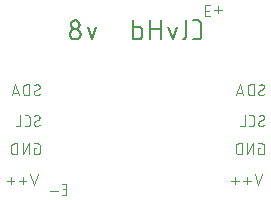
<source format=gbr>
G04 EAGLE Gerber RS-274X export*
G75*
%MOMM*%
%FSLAX34Y34*%
%LPD*%
%INSilkscreen Bottom*%
%IPPOS*%
%AMOC8*
5,1,8,0,0,1.08239X$1,22.5*%
G01*
%ADD10C,0.076200*%
%ADD11C,0.152400*%


D10*
X31026Y143513D02*
X29487Y143513D01*
X29487Y138381D01*
X32566Y138381D01*
X32656Y138383D01*
X32745Y138389D01*
X32834Y138399D01*
X32922Y138412D01*
X33010Y138430D01*
X33097Y138451D01*
X33183Y138476D01*
X33268Y138505D01*
X33352Y138537D01*
X33434Y138573D01*
X33514Y138613D01*
X33593Y138656D01*
X33669Y138703D01*
X33744Y138752D01*
X33816Y138805D01*
X33886Y138861D01*
X33953Y138920D01*
X34018Y138982D01*
X34080Y139047D01*
X34139Y139114D01*
X34195Y139184D01*
X34248Y139256D01*
X34297Y139331D01*
X34344Y139408D01*
X34387Y139486D01*
X34427Y139566D01*
X34463Y139648D01*
X34495Y139732D01*
X34524Y139817D01*
X34549Y139903D01*
X34570Y139990D01*
X34588Y140078D01*
X34601Y140166D01*
X34611Y140255D01*
X34617Y140344D01*
X34619Y140434D01*
X34619Y145566D01*
X34617Y145656D01*
X34611Y145745D01*
X34601Y145834D01*
X34588Y145922D01*
X34570Y146010D01*
X34549Y146097D01*
X34524Y146183D01*
X34495Y146268D01*
X34463Y146352D01*
X34427Y146434D01*
X34387Y146514D01*
X34344Y146593D01*
X34297Y146669D01*
X34248Y146744D01*
X34195Y146816D01*
X34139Y146886D01*
X34080Y146953D01*
X34018Y147018D01*
X33953Y147080D01*
X33886Y147139D01*
X33816Y147195D01*
X33744Y147248D01*
X33669Y147297D01*
X33593Y147344D01*
X33514Y147387D01*
X33434Y147427D01*
X33352Y147463D01*
X33268Y147495D01*
X33183Y147524D01*
X33097Y147549D01*
X33010Y147570D01*
X32922Y147588D01*
X32834Y147601D01*
X32745Y147611D01*
X32656Y147617D01*
X32566Y147619D01*
X29487Y147619D01*
X25019Y147619D02*
X25019Y138381D01*
X19887Y138381D02*
X25019Y147619D01*
X19887Y147619D02*
X19887Y138381D01*
X15419Y138381D02*
X15419Y147619D01*
X12853Y147619D01*
X12755Y147617D01*
X12657Y147611D01*
X12559Y147602D01*
X12461Y147589D01*
X12364Y147572D01*
X12268Y147552D01*
X12173Y147527D01*
X12079Y147499D01*
X11986Y147468D01*
X11894Y147433D01*
X11803Y147394D01*
X11714Y147353D01*
X11627Y147307D01*
X11542Y147259D01*
X11458Y147207D01*
X11377Y147152D01*
X11297Y147094D01*
X11220Y147033D01*
X11146Y146969D01*
X11074Y146902D01*
X11004Y146832D01*
X10937Y146760D01*
X10873Y146686D01*
X10812Y146609D01*
X10754Y146529D01*
X10699Y146448D01*
X10647Y146364D01*
X10599Y146279D01*
X10553Y146192D01*
X10512Y146103D01*
X10473Y146012D01*
X10438Y145920D01*
X10407Y145827D01*
X10379Y145733D01*
X10354Y145638D01*
X10334Y145542D01*
X10317Y145445D01*
X10304Y145347D01*
X10295Y145249D01*
X10289Y145151D01*
X10287Y145053D01*
X10287Y140947D01*
X10289Y140849D01*
X10295Y140751D01*
X10304Y140653D01*
X10317Y140555D01*
X10334Y140458D01*
X10354Y140362D01*
X10379Y140267D01*
X10407Y140173D01*
X10438Y140080D01*
X10473Y139988D01*
X10512Y139897D01*
X10553Y139808D01*
X10599Y139721D01*
X10647Y139636D01*
X10699Y139552D01*
X10754Y139471D01*
X10812Y139391D01*
X10873Y139314D01*
X10937Y139240D01*
X11004Y139168D01*
X11074Y139098D01*
X11146Y139031D01*
X11220Y138967D01*
X11297Y138906D01*
X11377Y138848D01*
X11458Y138793D01*
X11542Y138741D01*
X11627Y138693D01*
X11714Y138647D01*
X11803Y138606D01*
X11894Y138567D01*
X11986Y138532D01*
X12079Y138501D01*
X12173Y138473D01*
X12268Y138448D01*
X12364Y138428D01*
X12461Y138411D01*
X12559Y138398D01*
X12657Y138389D01*
X12755Y138383D01*
X12853Y138381D01*
X15419Y138381D01*
X32619Y121619D02*
X29540Y112381D01*
X26460Y121619D01*
X23019Y115974D02*
X16860Y115974D01*
X19940Y112894D02*
X19940Y119053D01*
X12819Y115974D02*
X6660Y115974D01*
X9740Y112894D02*
X9740Y119053D01*
X31540Y188381D02*
X31450Y188383D01*
X31361Y188389D01*
X31272Y188399D01*
X31184Y188412D01*
X31096Y188430D01*
X31009Y188451D01*
X30923Y188476D01*
X30838Y188505D01*
X30754Y188537D01*
X30672Y188573D01*
X30592Y188613D01*
X30514Y188656D01*
X30437Y188703D01*
X30362Y188752D01*
X30290Y188805D01*
X30220Y188861D01*
X30153Y188920D01*
X30088Y188982D01*
X30026Y189047D01*
X29967Y189114D01*
X29911Y189184D01*
X29858Y189256D01*
X29809Y189331D01*
X29762Y189407D01*
X29719Y189486D01*
X29679Y189566D01*
X29643Y189648D01*
X29611Y189732D01*
X29582Y189817D01*
X29557Y189903D01*
X29536Y189990D01*
X29518Y190077D01*
X29505Y190166D01*
X29495Y190255D01*
X29489Y190344D01*
X29487Y190434D01*
X31540Y188381D02*
X31667Y188383D01*
X31794Y188388D01*
X31920Y188398D01*
X32046Y188411D01*
X32172Y188427D01*
X32297Y188448D01*
X32422Y188472D01*
X32545Y188499D01*
X32668Y188530D01*
X32790Y188565D01*
X32911Y188603D01*
X33031Y188645D01*
X33149Y188691D01*
X33266Y188739D01*
X33382Y188792D01*
X33496Y188847D01*
X33608Y188906D01*
X33719Y188968D01*
X33828Y189033D01*
X33934Y189102D01*
X34039Y189173D01*
X34142Y189248D01*
X34242Y189326D01*
X34340Y189406D01*
X34436Y189489D01*
X34529Y189575D01*
X34619Y189664D01*
X34363Y195566D02*
X34361Y195656D01*
X34355Y195745D01*
X34345Y195834D01*
X34332Y195922D01*
X34314Y196010D01*
X34293Y196097D01*
X34268Y196183D01*
X34239Y196268D01*
X34207Y196352D01*
X34171Y196434D01*
X34131Y196514D01*
X34088Y196593D01*
X34041Y196669D01*
X33992Y196744D01*
X33939Y196816D01*
X33883Y196886D01*
X33824Y196953D01*
X33762Y197018D01*
X33697Y197080D01*
X33630Y197139D01*
X33560Y197195D01*
X33488Y197248D01*
X33413Y197297D01*
X33337Y197344D01*
X33258Y197387D01*
X33178Y197427D01*
X33096Y197463D01*
X33012Y197495D01*
X32927Y197524D01*
X32841Y197549D01*
X32754Y197570D01*
X32666Y197588D01*
X32578Y197601D01*
X32489Y197611D01*
X32400Y197617D01*
X32310Y197619D01*
X32186Y197617D01*
X32062Y197611D01*
X31939Y197601D01*
X31816Y197587D01*
X31693Y197569D01*
X31572Y197547D01*
X31450Y197522D01*
X31330Y197492D01*
X31211Y197459D01*
X31093Y197421D01*
X30976Y197380D01*
X30861Y197336D01*
X30747Y197287D01*
X30634Y197235D01*
X30524Y197179D01*
X30415Y197120D01*
X30308Y197057D01*
X30203Y196991D01*
X30101Y196922D01*
X30001Y196849D01*
X33336Y193770D02*
X33412Y193817D01*
X33487Y193868D01*
X33559Y193922D01*
X33629Y193979D01*
X33696Y194039D01*
X33761Y194102D01*
X33823Y194167D01*
X33882Y194235D01*
X33938Y194306D01*
X33991Y194379D01*
X34041Y194454D01*
X34087Y194532D01*
X34130Y194611D01*
X34170Y194692D01*
X34206Y194775D01*
X34238Y194859D01*
X34267Y194944D01*
X34292Y195031D01*
X34313Y195119D01*
X34331Y195207D01*
X34344Y195296D01*
X34354Y195386D01*
X34360Y195476D01*
X34362Y195566D01*
X30514Y192230D02*
X30437Y192183D01*
X30362Y192132D01*
X30290Y192078D01*
X30220Y192021D01*
X30153Y191961D01*
X30088Y191898D01*
X30026Y191833D01*
X29967Y191765D01*
X29911Y191694D01*
X29858Y191621D01*
X29808Y191546D01*
X29762Y191468D01*
X29719Y191389D01*
X29679Y191308D01*
X29643Y191225D01*
X29611Y191141D01*
X29582Y191056D01*
X29557Y190969D01*
X29536Y190882D01*
X29518Y190793D01*
X29505Y190704D01*
X29495Y190614D01*
X29489Y190524D01*
X29487Y190434D01*
X30513Y192230D02*
X33336Y193770D01*
X25619Y197619D02*
X25619Y188381D01*
X25619Y197619D02*
X23053Y197619D01*
X22955Y197617D01*
X22857Y197611D01*
X22759Y197602D01*
X22661Y197589D01*
X22564Y197572D01*
X22468Y197552D01*
X22373Y197527D01*
X22279Y197499D01*
X22186Y197468D01*
X22094Y197433D01*
X22003Y197394D01*
X21914Y197353D01*
X21827Y197307D01*
X21742Y197259D01*
X21658Y197207D01*
X21577Y197152D01*
X21497Y197094D01*
X21420Y197033D01*
X21346Y196969D01*
X21274Y196902D01*
X21204Y196832D01*
X21137Y196760D01*
X21073Y196686D01*
X21012Y196609D01*
X20954Y196529D01*
X20899Y196448D01*
X20847Y196364D01*
X20799Y196279D01*
X20753Y196192D01*
X20712Y196103D01*
X20673Y196012D01*
X20638Y195920D01*
X20607Y195827D01*
X20579Y195733D01*
X20554Y195638D01*
X20534Y195542D01*
X20517Y195445D01*
X20504Y195347D01*
X20495Y195249D01*
X20489Y195151D01*
X20487Y195053D01*
X20487Y190947D01*
X20489Y190849D01*
X20495Y190751D01*
X20504Y190653D01*
X20517Y190555D01*
X20534Y190458D01*
X20554Y190362D01*
X20579Y190267D01*
X20607Y190173D01*
X20638Y190080D01*
X20673Y189988D01*
X20712Y189897D01*
X20753Y189808D01*
X20799Y189721D01*
X20847Y189636D01*
X20899Y189552D01*
X20954Y189471D01*
X21012Y189391D01*
X21073Y189314D01*
X21137Y189240D01*
X21204Y189168D01*
X21274Y189098D01*
X21346Y189031D01*
X21420Y188967D01*
X21497Y188906D01*
X21577Y188848D01*
X21658Y188793D01*
X21742Y188741D01*
X21827Y188693D01*
X21914Y188647D01*
X22003Y188606D01*
X22094Y188567D01*
X22186Y188532D01*
X22279Y188501D01*
X22373Y188473D01*
X22468Y188448D01*
X22564Y188428D01*
X22661Y188411D01*
X22759Y188398D01*
X22857Y188389D01*
X22955Y188383D01*
X23053Y188381D01*
X25619Y188381D01*
X16832Y188381D02*
X13753Y197619D01*
X10674Y188381D01*
X11443Y190691D02*
X16062Y190691D01*
X29487Y164434D02*
X29489Y164344D01*
X29495Y164255D01*
X29505Y164166D01*
X29518Y164077D01*
X29536Y163990D01*
X29557Y163903D01*
X29582Y163817D01*
X29611Y163732D01*
X29643Y163648D01*
X29679Y163566D01*
X29719Y163486D01*
X29762Y163407D01*
X29809Y163331D01*
X29858Y163256D01*
X29911Y163184D01*
X29967Y163114D01*
X30026Y163047D01*
X30088Y162982D01*
X30153Y162920D01*
X30220Y162861D01*
X30290Y162805D01*
X30362Y162752D01*
X30437Y162703D01*
X30514Y162656D01*
X30592Y162613D01*
X30672Y162573D01*
X30754Y162537D01*
X30838Y162505D01*
X30923Y162476D01*
X31009Y162451D01*
X31096Y162430D01*
X31184Y162412D01*
X31272Y162399D01*
X31361Y162389D01*
X31450Y162383D01*
X31540Y162381D01*
X31667Y162383D01*
X31794Y162388D01*
X31920Y162398D01*
X32046Y162411D01*
X32172Y162427D01*
X32297Y162448D01*
X32422Y162472D01*
X32545Y162499D01*
X32668Y162530D01*
X32790Y162565D01*
X32911Y162603D01*
X33031Y162645D01*
X33149Y162691D01*
X33266Y162739D01*
X33382Y162792D01*
X33496Y162847D01*
X33608Y162906D01*
X33719Y162968D01*
X33828Y163033D01*
X33934Y163102D01*
X34039Y163173D01*
X34142Y163248D01*
X34242Y163326D01*
X34340Y163406D01*
X34436Y163489D01*
X34529Y163575D01*
X34619Y163664D01*
X34363Y169566D02*
X34361Y169656D01*
X34355Y169745D01*
X34345Y169834D01*
X34332Y169922D01*
X34314Y170010D01*
X34293Y170097D01*
X34268Y170183D01*
X34239Y170268D01*
X34207Y170352D01*
X34171Y170434D01*
X34131Y170514D01*
X34088Y170593D01*
X34041Y170669D01*
X33992Y170744D01*
X33939Y170816D01*
X33883Y170886D01*
X33824Y170953D01*
X33762Y171018D01*
X33697Y171080D01*
X33630Y171139D01*
X33560Y171195D01*
X33488Y171248D01*
X33413Y171297D01*
X33337Y171344D01*
X33258Y171387D01*
X33178Y171427D01*
X33096Y171463D01*
X33012Y171495D01*
X32927Y171524D01*
X32841Y171549D01*
X32754Y171570D01*
X32666Y171588D01*
X32578Y171601D01*
X32489Y171611D01*
X32400Y171617D01*
X32310Y171619D01*
X32186Y171617D01*
X32062Y171611D01*
X31939Y171601D01*
X31816Y171587D01*
X31693Y171569D01*
X31572Y171547D01*
X31450Y171522D01*
X31330Y171492D01*
X31211Y171459D01*
X31093Y171421D01*
X30976Y171380D01*
X30861Y171336D01*
X30747Y171287D01*
X30634Y171235D01*
X30524Y171179D01*
X30415Y171120D01*
X30308Y171057D01*
X30203Y170991D01*
X30101Y170922D01*
X30001Y170849D01*
X33336Y167770D02*
X33412Y167817D01*
X33487Y167868D01*
X33559Y167922D01*
X33629Y167979D01*
X33696Y168039D01*
X33761Y168102D01*
X33823Y168167D01*
X33882Y168235D01*
X33938Y168306D01*
X33991Y168379D01*
X34041Y168454D01*
X34087Y168532D01*
X34130Y168611D01*
X34170Y168692D01*
X34206Y168775D01*
X34238Y168859D01*
X34267Y168944D01*
X34292Y169031D01*
X34313Y169119D01*
X34331Y169207D01*
X34344Y169296D01*
X34354Y169386D01*
X34360Y169476D01*
X34362Y169566D01*
X30514Y166230D02*
X30437Y166183D01*
X30362Y166132D01*
X30290Y166078D01*
X30220Y166021D01*
X30153Y165961D01*
X30088Y165898D01*
X30026Y165833D01*
X29967Y165765D01*
X29911Y165694D01*
X29858Y165621D01*
X29808Y165546D01*
X29762Y165468D01*
X29719Y165389D01*
X29679Y165308D01*
X29643Y165225D01*
X29611Y165141D01*
X29582Y165056D01*
X29557Y164969D01*
X29536Y164882D01*
X29518Y164793D01*
X29505Y164704D01*
X29495Y164614D01*
X29489Y164524D01*
X29487Y164434D01*
X30513Y166230D02*
X33336Y167770D01*
X23892Y162381D02*
X21839Y162381D01*
X23892Y162381D02*
X23982Y162383D01*
X24071Y162389D01*
X24160Y162399D01*
X24248Y162412D01*
X24336Y162430D01*
X24423Y162451D01*
X24509Y162476D01*
X24594Y162505D01*
X24678Y162537D01*
X24760Y162573D01*
X24840Y162613D01*
X24919Y162656D01*
X24995Y162703D01*
X25070Y162752D01*
X25142Y162805D01*
X25212Y162861D01*
X25279Y162920D01*
X25344Y162982D01*
X25406Y163047D01*
X25465Y163114D01*
X25521Y163184D01*
X25574Y163256D01*
X25623Y163331D01*
X25670Y163408D01*
X25713Y163486D01*
X25753Y163566D01*
X25789Y163648D01*
X25821Y163732D01*
X25850Y163817D01*
X25875Y163903D01*
X25896Y163990D01*
X25914Y164078D01*
X25927Y164166D01*
X25937Y164255D01*
X25943Y164344D01*
X25945Y164434D01*
X25945Y169566D01*
X25943Y169656D01*
X25937Y169745D01*
X25927Y169834D01*
X25914Y169922D01*
X25896Y170010D01*
X25875Y170097D01*
X25850Y170183D01*
X25821Y170268D01*
X25789Y170352D01*
X25753Y170434D01*
X25713Y170514D01*
X25670Y170593D01*
X25623Y170669D01*
X25574Y170744D01*
X25521Y170816D01*
X25465Y170886D01*
X25406Y170953D01*
X25344Y171018D01*
X25279Y171080D01*
X25212Y171139D01*
X25142Y171195D01*
X25070Y171248D01*
X24995Y171297D01*
X24919Y171344D01*
X24840Y171387D01*
X24760Y171427D01*
X24678Y171463D01*
X24594Y171495D01*
X24509Y171524D01*
X24423Y171549D01*
X24336Y171570D01*
X24248Y171588D01*
X24160Y171601D01*
X24071Y171611D01*
X23982Y171617D01*
X23892Y171619D01*
X21839Y171619D01*
X18102Y171619D02*
X18102Y162381D01*
X13996Y162381D01*
X174777Y264558D02*
X178882Y264558D01*
X174777Y264558D02*
X174777Y255320D01*
X178882Y255320D01*
X177856Y259425D02*
X174777Y259425D01*
X182346Y260965D02*
X188505Y260965D01*
X185425Y264044D02*
X185425Y257886D01*
X57104Y104180D02*
X52998Y104180D01*
X57104Y104180D02*
X57104Y113418D01*
X52998Y113418D01*
X54024Y109313D02*
X57104Y109313D01*
X49534Y107773D02*
X43375Y107773D01*
D11*
X164013Y235762D02*
X167626Y235762D01*
X167744Y235764D01*
X167862Y235770D01*
X167980Y235779D01*
X168097Y235793D01*
X168214Y235810D01*
X168331Y235831D01*
X168446Y235856D01*
X168561Y235885D01*
X168675Y235918D01*
X168787Y235954D01*
X168898Y235994D01*
X169008Y236037D01*
X169117Y236084D01*
X169224Y236134D01*
X169329Y236189D01*
X169432Y236246D01*
X169533Y236307D01*
X169633Y236371D01*
X169730Y236438D01*
X169825Y236508D01*
X169917Y236582D01*
X170008Y236658D01*
X170095Y236738D01*
X170180Y236820D01*
X170262Y236905D01*
X170342Y236992D01*
X170418Y237083D01*
X170492Y237175D01*
X170562Y237270D01*
X170629Y237367D01*
X170693Y237467D01*
X170754Y237568D01*
X170811Y237671D01*
X170866Y237776D01*
X170916Y237883D01*
X170963Y237992D01*
X171006Y238102D01*
X171046Y238213D01*
X171082Y238325D01*
X171115Y238439D01*
X171144Y238554D01*
X171169Y238669D01*
X171190Y238786D01*
X171207Y238903D01*
X171221Y239020D01*
X171230Y239138D01*
X171236Y239256D01*
X171238Y239374D01*
X171238Y248406D01*
X171236Y248524D01*
X171230Y248642D01*
X171221Y248760D01*
X171207Y248877D01*
X171190Y248994D01*
X171169Y249111D01*
X171144Y249226D01*
X171115Y249341D01*
X171082Y249455D01*
X171046Y249567D01*
X171006Y249678D01*
X170963Y249788D01*
X170916Y249897D01*
X170866Y250004D01*
X170811Y250109D01*
X170754Y250212D01*
X170693Y250313D01*
X170629Y250413D01*
X170562Y250510D01*
X170492Y250605D01*
X170418Y250697D01*
X170342Y250788D01*
X170262Y250875D01*
X170180Y250960D01*
X170095Y251042D01*
X170008Y251122D01*
X169917Y251198D01*
X169825Y251272D01*
X169730Y251342D01*
X169633Y251409D01*
X169533Y251473D01*
X169432Y251534D01*
X169329Y251591D01*
X169224Y251646D01*
X169117Y251696D01*
X169008Y251743D01*
X168898Y251786D01*
X168787Y251826D01*
X168675Y251862D01*
X168561Y251895D01*
X168446Y251924D01*
X168331Y251949D01*
X168214Y251970D01*
X168097Y251987D01*
X167980Y252001D01*
X167862Y252010D01*
X167744Y252016D01*
X167626Y252018D01*
X164013Y252018D01*
X158075Y252018D02*
X158075Y238471D01*
X158074Y238471D02*
X158072Y238370D01*
X158066Y238269D01*
X158057Y238168D01*
X158044Y238067D01*
X158027Y237967D01*
X158006Y237868D01*
X157982Y237770D01*
X157954Y237673D01*
X157922Y237576D01*
X157887Y237481D01*
X157848Y237388D01*
X157806Y237296D01*
X157760Y237205D01*
X157711Y237116D01*
X157659Y237030D01*
X157603Y236945D01*
X157545Y236862D01*
X157483Y236782D01*
X157418Y236704D01*
X157351Y236628D01*
X157281Y236555D01*
X157208Y236485D01*
X157132Y236418D01*
X157054Y236353D01*
X156974Y236291D01*
X156891Y236233D01*
X156806Y236177D01*
X156720Y236125D01*
X156631Y236076D01*
X156540Y236030D01*
X156448Y235988D01*
X156355Y235949D01*
X156260Y235914D01*
X156163Y235882D01*
X156066Y235854D01*
X155968Y235830D01*
X155869Y235809D01*
X155769Y235792D01*
X155668Y235779D01*
X155567Y235770D01*
X155466Y235764D01*
X155365Y235762D01*
X146883Y235762D02*
X150496Y246599D01*
X143271Y246599D02*
X146883Y235762D01*
X136810Y235762D02*
X136810Y252018D01*
X136810Y244793D02*
X127779Y244793D01*
X127779Y252018D02*
X127779Y235762D01*
X113645Y235762D02*
X113645Y252018D01*
X113645Y235762D02*
X118161Y235762D01*
X118262Y235764D01*
X118363Y235770D01*
X118464Y235779D01*
X118565Y235792D01*
X118665Y235809D01*
X118764Y235830D01*
X118862Y235854D01*
X118959Y235882D01*
X119056Y235914D01*
X119151Y235949D01*
X119244Y235988D01*
X119336Y236030D01*
X119427Y236076D01*
X119515Y236125D01*
X119602Y236177D01*
X119687Y236233D01*
X119770Y236291D01*
X119850Y236353D01*
X119928Y236418D01*
X120004Y236485D01*
X120077Y236555D01*
X120147Y236628D01*
X120214Y236704D01*
X120279Y236782D01*
X120341Y236862D01*
X120399Y236945D01*
X120455Y237030D01*
X120507Y237116D01*
X120556Y237205D01*
X120602Y237296D01*
X120644Y237388D01*
X120683Y237481D01*
X120718Y237576D01*
X120750Y237673D01*
X120778Y237770D01*
X120802Y237868D01*
X120823Y237967D01*
X120840Y238067D01*
X120853Y238168D01*
X120862Y238269D01*
X120868Y238370D01*
X120870Y238471D01*
X120870Y243890D01*
X120868Y243991D01*
X120862Y244092D01*
X120853Y244193D01*
X120840Y244294D01*
X120823Y244394D01*
X120802Y244493D01*
X120778Y244591D01*
X120750Y244688D01*
X120718Y244785D01*
X120683Y244880D01*
X120644Y244973D01*
X120602Y245065D01*
X120556Y245156D01*
X120507Y245245D01*
X120455Y245331D01*
X120399Y245416D01*
X120341Y245499D01*
X120279Y245579D01*
X120214Y245657D01*
X120147Y245733D01*
X120077Y245806D01*
X120004Y245876D01*
X119928Y245943D01*
X119850Y246008D01*
X119770Y246070D01*
X119687Y246128D01*
X119602Y246184D01*
X119516Y246236D01*
X119427Y246285D01*
X119336Y246331D01*
X119244Y246373D01*
X119151Y246412D01*
X119056Y246447D01*
X118959Y246479D01*
X118862Y246507D01*
X118764Y246531D01*
X118665Y246552D01*
X118565Y246569D01*
X118464Y246582D01*
X118363Y246591D01*
X118262Y246597D01*
X118161Y246599D01*
X113645Y246599D01*
X82238Y246599D02*
X78626Y235762D01*
X75013Y246599D01*
X69073Y240278D02*
X69071Y240411D01*
X69065Y240543D01*
X69055Y240675D01*
X69042Y240807D01*
X69024Y240939D01*
X69003Y241069D01*
X68978Y241200D01*
X68949Y241329D01*
X68916Y241457D01*
X68880Y241585D01*
X68840Y241711D01*
X68796Y241836D01*
X68748Y241960D01*
X68697Y242082D01*
X68642Y242203D01*
X68584Y242322D01*
X68522Y242440D01*
X68457Y242555D01*
X68388Y242669D01*
X68317Y242780D01*
X68241Y242889D01*
X68163Y242996D01*
X68082Y243101D01*
X67997Y243203D01*
X67910Y243303D01*
X67820Y243400D01*
X67727Y243495D01*
X67631Y243586D01*
X67533Y243675D01*
X67432Y243761D01*
X67328Y243844D01*
X67222Y243924D01*
X67114Y244000D01*
X67004Y244074D01*
X66891Y244144D01*
X66777Y244211D01*
X66660Y244274D01*
X66542Y244334D01*
X66422Y244391D01*
X66300Y244444D01*
X66177Y244493D01*
X66053Y244539D01*
X65927Y244581D01*
X65800Y244619D01*
X65672Y244654D01*
X65543Y244685D01*
X65414Y244712D01*
X65283Y244735D01*
X65152Y244755D01*
X65020Y244770D01*
X64888Y244782D01*
X64756Y244790D01*
X64623Y244794D01*
X64491Y244794D01*
X64358Y244790D01*
X64226Y244782D01*
X64094Y244770D01*
X63962Y244755D01*
X63831Y244735D01*
X63700Y244712D01*
X63571Y244685D01*
X63442Y244654D01*
X63314Y244619D01*
X63187Y244581D01*
X63061Y244539D01*
X62937Y244493D01*
X62814Y244444D01*
X62692Y244391D01*
X62572Y244334D01*
X62454Y244274D01*
X62337Y244211D01*
X62223Y244144D01*
X62110Y244074D01*
X62000Y244000D01*
X61892Y243924D01*
X61786Y243844D01*
X61682Y243761D01*
X61581Y243675D01*
X61483Y243586D01*
X61387Y243495D01*
X61294Y243400D01*
X61204Y243303D01*
X61117Y243203D01*
X61032Y243101D01*
X60951Y242996D01*
X60873Y242889D01*
X60797Y242780D01*
X60726Y242669D01*
X60657Y242555D01*
X60592Y242440D01*
X60530Y242322D01*
X60472Y242203D01*
X60417Y242082D01*
X60366Y241960D01*
X60318Y241836D01*
X60274Y241711D01*
X60234Y241585D01*
X60198Y241457D01*
X60165Y241329D01*
X60136Y241200D01*
X60111Y241069D01*
X60090Y240939D01*
X60072Y240807D01*
X60059Y240675D01*
X60049Y240543D01*
X60043Y240411D01*
X60041Y240278D01*
X60043Y240145D01*
X60049Y240013D01*
X60059Y239881D01*
X60072Y239749D01*
X60090Y239617D01*
X60111Y239487D01*
X60136Y239356D01*
X60165Y239227D01*
X60198Y239099D01*
X60234Y238971D01*
X60274Y238845D01*
X60318Y238720D01*
X60366Y238596D01*
X60417Y238474D01*
X60472Y238353D01*
X60530Y238234D01*
X60592Y238116D01*
X60657Y238001D01*
X60726Y237887D01*
X60797Y237776D01*
X60873Y237667D01*
X60951Y237560D01*
X61032Y237455D01*
X61117Y237353D01*
X61204Y237253D01*
X61294Y237156D01*
X61387Y237061D01*
X61483Y236970D01*
X61581Y236881D01*
X61682Y236795D01*
X61786Y236712D01*
X61892Y236632D01*
X62000Y236556D01*
X62110Y236482D01*
X62223Y236412D01*
X62337Y236345D01*
X62454Y236282D01*
X62572Y236222D01*
X62692Y236165D01*
X62814Y236112D01*
X62937Y236063D01*
X63061Y236017D01*
X63187Y235975D01*
X63314Y235937D01*
X63442Y235902D01*
X63571Y235871D01*
X63700Y235844D01*
X63831Y235821D01*
X63962Y235801D01*
X64094Y235786D01*
X64226Y235774D01*
X64358Y235766D01*
X64491Y235762D01*
X64623Y235762D01*
X64756Y235766D01*
X64888Y235774D01*
X65020Y235786D01*
X65152Y235801D01*
X65283Y235821D01*
X65414Y235844D01*
X65543Y235871D01*
X65672Y235902D01*
X65800Y235937D01*
X65927Y235975D01*
X66053Y236017D01*
X66177Y236063D01*
X66300Y236112D01*
X66422Y236165D01*
X66542Y236222D01*
X66660Y236282D01*
X66777Y236345D01*
X66891Y236412D01*
X67004Y236482D01*
X67114Y236556D01*
X67222Y236632D01*
X67328Y236712D01*
X67432Y236795D01*
X67533Y236881D01*
X67631Y236970D01*
X67727Y237061D01*
X67820Y237156D01*
X67910Y237253D01*
X67997Y237353D01*
X68082Y237455D01*
X68163Y237560D01*
X68241Y237667D01*
X68317Y237776D01*
X68388Y237887D01*
X68457Y238001D01*
X68522Y238116D01*
X68584Y238234D01*
X68642Y238353D01*
X68697Y238474D01*
X68748Y238596D01*
X68796Y238720D01*
X68840Y238845D01*
X68880Y238971D01*
X68916Y239099D01*
X68949Y239227D01*
X68978Y239356D01*
X69003Y239487D01*
X69024Y239617D01*
X69042Y239749D01*
X69055Y239881D01*
X69065Y240013D01*
X69071Y240145D01*
X69073Y240278D01*
X68169Y248406D02*
X68167Y248525D01*
X68161Y248645D01*
X68151Y248764D01*
X68137Y248882D01*
X68120Y249001D01*
X68098Y249118D01*
X68073Y249235D01*
X68043Y249350D01*
X68010Y249465D01*
X67973Y249579D01*
X67933Y249691D01*
X67888Y249802D01*
X67840Y249911D01*
X67789Y250019D01*
X67734Y250125D01*
X67675Y250229D01*
X67613Y250331D01*
X67548Y250431D01*
X67479Y250529D01*
X67407Y250625D01*
X67332Y250718D01*
X67255Y250808D01*
X67174Y250896D01*
X67090Y250981D01*
X67003Y251063D01*
X66914Y251143D01*
X66822Y251219D01*
X66728Y251293D01*
X66631Y251363D01*
X66533Y251430D01*
X66432Y251494D01*
X66328Y251554D01*
X66223Y251611D01*
X66116Y251664D01*
X66008Y251714D01*
X65898Y251760D01*
X65786Y251802D01*
X65673Y251841D01*
X65559Y251876D01*
X65444Y251907D01*
X65327Y251935D01*
X65210Y251958D01*
X65093Y251978D01*
X64974Y251994D01*
X64855Y252006D01*
X64736Y252014D01*
X64617Y252018D01*
X64497Y252018D01*
X64378Y252014D01*
X64259Y252006D01*
X64140Y251994D01*
X64021Y251978D01*
X63904Y251958D01*
X63787Y251935D01*
X63670Y251907D01*
X63555Y251876D01*
X63441Y251841D01*
X63328Y251802D01*
X63216Y251760D01*
X63106Y251714D01*
X62998Y251664D01*
X62891Y251611D01*
X62786Y251554D01*
X62682Y251494D01*
X62581Y251430D01*
X62483Y251363D01*
X62386Y251293D01*
X62292Y251219D01*
X62200Y251143D01*
X62111Y251063D01*
X62024Y250981D01*
X61940Y250896D01*
X61859Y250808D01*
X61782Y250718D01*
X61707Y250625D01*
X61635Y250529D01*
X61566Y250431D01*
X61501Y250331D01*
X61439Y250229D01*
X61380Y250125D01*
X61325Y250019D01*
X61274Y249911D01*
X61226Y249802D01*
X61181Y249691D01*
X61141Y249579D01*
X61104Y249465D01*
X61071Y249350D01*
X61041Y249235D01*
X61016Y249118D01*
X60994Y249001D01*
X60977Y248882D01*
X60963Y248764D01*
X60953Y248645D01*
X60947Y248525D01*
X60945Y248406D01*
X60947Y248287D01*
X60953Y248167D01*
X60963Y248048D01*
X60977Y247930D01*
X60994Y247811D01*
X61016Y247694D01*
X61041Y247577D01*
X61071Y247462D01*
X61104Y247347D01*
X61141Y247233D01*
X61181Y247121D01*
X61226Y247010D01*
X61274Y246901D01*
X61325Y246793D01*
X61380Y246687D01*
X61439Y246583D01*
X61501Y246481D01*
X61566Y246381D01*
X61635Y246283D01*
X61707Y246187D01*
X61782Y246094D01*
X61859Y246004D01*
X61940Y245916D01*
X62024Y245831D01*
X62111Y245749D01*
X62200Y245669D01*
X62292Y245593D01*
X62386Y245519D01*
X62483Y245449D01*
X62581Y245382D01*
X62682Y245318D01*
X62786Y245258D01*
X62891Y245201D01*
X62998Y245148D01*
X63106Y245098D01*
X63216Y245052D01*
X63328Y245010D01*
X63441Y244971D01*
X63555Y244936D01*
X63670Y244905D01*
X63787Y244877D01*
X63904Y244854D01*
X64021Y244834D01*
X64140Y244818D01*
X64259Y244806D01*
X64378Y244798D01*
X64497Y244794D01*
X64617Y244794D01*
X64736Y244798D01*
X64855Y244806D01*
X64974Y244818D01*
X65093Y244834D01*
X65210Y244854D01*
X65327Y244877D01*
X65444Y244905D01*
X65559Y244936D01*
X65673Y244971D01*
X65786Y245010D01*
X65898Y245052D01*
X66008Y245098D01*
X66116Y245148D01*
X66223Y245201D01*
X66328Y245258D01*
X66432Y245318D01*
X66533Y245382D01*
X66631Y245449D01*
X66728Y245519D01*
X66822Y245593D01*
X66914Y245669D01*
X67003Y245749D01*
X67090Y245831D01*
X67174Y245916D01*
X67255Y246004D01*
X67332Y246094D01*
X67407Y246187D01*
X67479Y246283D01*
X67548Y246381D01*
X67613Y246481D01*
X67675Y246583D01*
X67734Y246687D01*
X67789Y246793D01*
X67840Y246901D01*
X67888Y247010D01*
X67933Y247121D01*
X67973Y247233D01*
X68010Y247347D01*
X68043Y247462D01*
X68073Y247577D01*
X68098Y247694D01*
X68120Y247811D01*
X68137Y247930D01*
X68151Y248048D01*
X68161Y248167D01*
X68167Y248287D01*
X68169Y248406D01*
D10*
X219487Y143513D02*
X221026Y143513D01*
X219487Y143513D02*
X219487Y138381D01*
X222566Y138381D01*
X222656Y138383D01*
X222745Y138389D01*
X222834Y138399D01*
X222922Y138412D01*
X223010Y138430D01*
X223097Y138451D01*
X223183Y138476D01*
X223268Y138505D01*
X223352Y138537D01*
X223434Y138573D01*
X223514Y138613D01*
X223593Y138656D01*
X223669Y138703D01*
X223744Y138752D01*
X223816Y138805D01*
X223886Y138861D01*
X223953Y138920D01*
X224018Y138982D01*
X224080Y139047D01*
X224139Y139114D01*
X224195Y139184D01*
X224248Y139256D01*
X224297Y139331D01*
X224344Y139408D01*
X224387Y139486D01*
X224427Y139566D01*
X224463Y139648D01*
X224495Y139732D01*
X224524Y139817D01*
X224549Y139903D01*
X224570Y139990D01*
X224588Y140078D01*
X224601Y140166D01*
X224611Y140255D01*
X224617Y140344D01*
X224619Y140434D01*
X224619Y145566D01*
X224617Y145656D01*
X224611Y145745D01*
X224601Y145834D01*
X224588Y145922D01*
X224570Y146010D01*
X224549Y146097D01*
X224524Y146183D01*
X224495Y146268D01*
X224463Y146352D01*
X224427Y146434D01*
X224387Y146514D01*
X224344Y146593D01*
X224297Y146669D01*
X224248Y146744D01*
X224195Y146816D01*
X224139Y146886D01*
X224080Y146953D01*
X224018Y147018D01*
X223953Y147080D01*
X223886Y147139D01*
X223816Y147195D01*
X223744Y147248D01*
X223669Y147297D01*
X223593Y147344D01*
X223514Y147387D01*
X223434Y147427D01*
X223352Y147463D01*
X223268Y147495D01*
X223183Y147524D01*
X223097Y147549D01*
X223010Y147570D01*
X222922Y147588D01*
X222834Y147601D01*
X222745Y147611D01*
X222656Y147617D01*
X222566Y147619D01*
X219487Y147619D01*
X215019Y147619D02*
X215019Y138381D01*
X209887Y138381D02*
X215019Y147619D01*
X209887Y147619D02*
X209887Y138381D01*
X205419Y138381D02*
X205419Y147619D01*
X202853Y147619D01*
X202755Y147617D01*
X202657Y147611D01*
X202559Y147602D01*
X202461Y147589D01*
X202364Y147572D01*
X202268Y147552D01*
X202173Y147527D01*
X202079Y147499D01*
X201986Y147468D01*
X201894Y147433D01*
X201803Y147394D01*
X201714Y147353D01*
X201627Y147307D01*
X201542Y147259D01*
X201458Y147207D01*
X201377Y147152D01*
X201297Y147094D01*
X201220Y147033D01*
X201146Y146969D01*
X201074Y146902D01*
X201004Y146832D01*
X200937Y146760D01*
X200873Y146686D01*
X200812Y146609D01*
X200754Y146529D01*
X200699Y146448D01*
X200647Y146364D01*
X200599Y146279D01*
X200553Y146192D01*
X200512Y146103D01*
X200473Y146012D01*
X200438Y145920D01*
X200407Y145827D01*
X200379Y145733D01*
X200354Y145638D01*
X200334Y145542D01*
X200317Y145445D01*
X200304Y145347D01*
X200295Y145249D01*
X200289Y145151D01*
X200287Y145053D01*
X200287Y140947D01*
X200289Y140849D01*
X200295Y140751D01*
X200304Y140653D01*
X200317Y140555D01*
X200334Y140458D01*
X200354Y140362D01*
X200379Y140267D01*
X200407Y140173D01*
X200438Y140080D01*
X200473Y139988D01*
X200512Y139897D01*
X200553Y139808D01*
X200599Y139721D01*
X200647Y139636D01*
X200699Y139552D01*
X200754Y139471D01*
X200812Y139391D01*
X200873Y139314D01*
X200937Y139240D01*
X201004Y139168D01*
X201074Y139098D01*
X201146Y139031D01*
X201220Y138967D01*
X201297Y138906D01*
X201377Y138848D01*
X201458Y138793D01*
X201542Y138741D01*
X201627Y138693D01*
X201714Y138647D01*
X201803Y138606D01*
X201894Y138567D01*
X201986Y138532D01*
X202079Y138501D01*
X202173Y138473D01*
X202268Y138448D01*
X202364Y138428D01*
X202461Y138411D01*
X202559Y138398D01*
X202657Y138389D01*
X202755Y138383D01*
X202853Y138381D01*
X205419Y138381D01*
X222619Y121619D02*
X219540Y112381D01*
X216460Y121619D01*
X213019Y115974D02*
X206860Y115974D01*
X209940Y112894D02*
X209940Y119053D01*
X202819Y115974D02*
X196660Y115974D01*
X199740Y112894D02*
X199740Y119053D01*
X221540Y188381D02*
X221450Y188383D01*
X221361Y188389D01*
X221272Y188399D01*
X221184Y188412D01*
X221096Y188430D01*
X221009Y188451D01*
X220923Y188476D01*
X220838Y188505D01*
X220754Y188537D01*
X220672Y188573D01*
X220592Y188613D01*
X220514Y188656D01*
X220437Y188703D01*
X220362Y188752D01*
X220290Y188805D01*
X220220Y188861D01*
X220153Y188920D01*
X220088Y188982D01*
X220026Y189047D01*
X219967Y189114D01*
X219911Y189184D01*
X219858Y189256D01*
X219809Y189331D01*
X219762Y189407D01*
X219719Y189486D01*
X219679Y189566D01*
X219643Y189648D01*
X219611Y189732D01*
X219582Y189817D01*
X219557Y189903D01*
X219536Y189990D01*
X219518Y190077D01*
X219505Y190166D01*
X219495Y190255D01*
X219489Y190344D01*
X219487Y190434D01*
X221540Y188381D02*
X221667Y188383D01*
X221794Y188388D01*
X221920Y188398D01*
X222046Y188411D01*
X222172Y188427D01*
X222297Y188448D01*
X222422Y188472D01*
X222545Y188499D01*
X222668Y188530D01*
X222790Y188565D01*
X222911Y188603D01*
X223031Y188645D01*
X223149Y188691D01*
X223266Y188739D01*
X223382Y188792D01*
X223496Y188847D01*
X223608Y188906D01*
X223719Y188968D01*
X223828Y189033D01*
X223934Y189102D01*
X224039Y189173D01*
X224142Y189248D01*
X224242Y189326D01*
X224340Y189406D01*
X224436Y189489D01*
X224529Y189575D01*
X224619Y189664D01*
X224363Y195566D02*
X224361Y195656D01*
X224355Y195745D01*
X224345Y195834D01*
X224332Y195922D01*
X224314Y196010D01*
X224293Y196097D01*
X224268Y196183D01*
X224239Y196268D01*
X224207Y196352D01*
X224171Y196434D01*
X224131Y196514D01*
X224088Y196593D01*
X224041Y196669D01*
X223992Y196744D01*
X223939Y196816D01*
X223883Y196886D01*
X223824Y196953D01*
X223762Y197018D01*
X223697Y197080D01*
X223630Y197139D01*
X223560Y197195D01*
X223488Y197248D01*
X223413Y197297D01*
X223337Y197344D01*
X223258Y197387D01*
X223178Y197427D01*
X223096Y197463D01*
X223012Y197495D01*
X222927Y197524D01*
X222841Y197549D01*
X222754Y197570D01*
X222666Y197588D01*
X222578Y197601D01*
X222489Y197611D01*
X222400Y197617D01*
X222310Y197619D01*
X222186Y197617D01*
X222062Y197611D01*
X221939Y197601D01*
X221816Y197587D01*
X221693Y197569D01*
X221572Y197547D01*
X221450Y197522D01*
X221330Y197492D01*
X221211Y197459D01*
X221093Y197421D01*
X220976Y197380D01*
X220861Y197336D01*
X220747Y197287D01*
X220634Y197235D01*
X220524Y197179D01*
X220415Y197120D01*
X220308Y197057D01*
X220203Y196991D01*
X220101Y196922D01*
X220001Y196849D01*
X223336Y193770D02*
X223412Y193817D01*
X223487Y193868D01*
X223559Y193922D01*
X223629Y193979D01*
X223696Y194039D01*
X223761Y194102D01*
X223823Y194167D01*
X223882Y194235D01*
X223938Y194306D01*
X223991Y194379D01*
X224041Y194454D01*
X224087Y194532D01*
X224130Y194611D01*
X224170Y194692D01*
X224206Y194775D01*
X224238Y194859D01*
X224267Y194944D01*
X224292Y195031D01*
X224313Y195119D01*
X224331Y195207D01*
X224344Y195296D01*
X224354Y195386D01*
X224360Y195476D01*
X224362Y195566D01*
X220514Y192230D02*
X220437Y192183D01*
X220362Y192132D01*
X220290Y192078D01*
X220220Y192021D01*
X220153Y191961D01*
X220088Y191898D01*
X220026Y191833D01*
X219967Y191765D01*
X219911Y191694D01*
X219858Y191621D01*
X219808Y191546D01*
X219762Y191468D01*
X219719Y191389D01*
X219679Y191308D01*
X219643Y191225D01*
X219611Y191141D01*
X219582Y191056D01*
X219557Y190969D01*
X219536Y190882D01*
X219518Y190793D01*
X219505Y190704D01*
X219495Y190614D01*
X219489Y190524D01*
X219487Y190434D01*
X220513Y192230D02*
X223336Y193770D01*
X215619Y197619D02*
X215619Y188381D01*
X215619Y197619D02*
X213053Y197619D01*
X212955Y197617D01*
X212857Y197611D01*
X212759Y197602D01*
X212661Y197589D01*
X212564Y197572D01*
X212468Y197552D01*
X212373Y197527D01*
X212279Y197499D01*
X212186Y197468D01*
X212094Y197433D01*
X212003Y197394D01*
X211914Y197353D01*
X211827Y197307D01*
X211742Y197259D01*
X211658Y197207D01*
X211577Y197152D01*
X211497Y197094D01*
X211420Y197033D01*
X211346Y196969D01*
X211274Y196902D01*
X211204Y196832D01*
X211137Y196760D01*
X211073Y196686D01*
X211012Y196609D01*
X210954Y196529D01*
X210899Y196448D01*
X210847Y196364D01*
X210799Y196279D01*
X210753Y196192D01*
X210712Y196103D01*
X210673Y196012D01*
X210638Y195920D01*
X210607Y195827D01*
X210579Y195733D01*
X210554Y195638D01*
X210534Y195542D01*
X210517Y195445D01*
X210504Y195347D01*
X210495Y195249D01*
X210489Y195151D01*
X210487Y195053D01*
X210487Y190947D01*
X210489Y190849D01*
X210495Y190751D01*
X210504Y190653D01*
X210517Y190555D01*
X210534Y190458D01*
X210554Y190362D01*
X210579Y190267D01*
X210607Y190173D01*
X210638Y190080D01*
X210673Y189988D01*
X210712Y189897D01*
X210753Y189808D01*
X210799Y189721D01*
X210847Y189636D01*
X210899Y189552D01*
X210954Y189471D01*
X211012Y189391D01*
X211073Y189314D01*
X211137Y189240D01*
X211204Y189168D01*
X211274Y189098D01*
X211346Y189031D01*
X211420Y188967D01*
X211497Y188906D01*
X211577Y188848D01*
X211658Y188793D01*
X211742Y188741D01*
X211827Y188693D01*
X211914Y188647D01*
X212003Y188606D01*
X212094Y188567D01*
X212186Y188532D01*
X212279Y188501D01*
X212373Y188473D01*
X212468Y188448D01*
X212564Y188428D01*
X212661Y188411D01*
X212759Y188398D01*
X212857Y188389D01*
X212955Y188383D01*
X213053Y188381D01*
X215619Y188381D01*
X206832Y188381D02*
X203753Y197619D01*
X200674Y188381D01*
X201443Y190691D02*
X206062Y190691D01*
X219487Y164434D02*
X219489Y164344D01*
X219495Y164255D01*
X219505Y164166D01*
X219518Y164077D01*
X219536Y163990D01*
X219557Y163903D01*
X219582Y163817D01*
X219611Y163732D01*
X219643Y163648D01*
X219679Y163566D01*
X219719Y163486D01*
X219762Y163407D01*
X219809Y163331D01*
X219858Y163256D01*
X219911Y163184D01*
X219967Y163114D01*
X220026Y163047D01*
X220088Y162982D01*
X220153Y162920D01*
X220220Y162861D01*
X220290Y162805D01*
X220362Y162752D01*
X220437Y162703D01*
X220514Y162656D01*
X220592Y162613D01*
X220672Y162573D01*
X220754Y162537D01*
X220838Y162505D01*
X220923Y162476D01*
X221009Y162451D01*
X221096Y162430D01*
X221184Y162412D01*
X221272Y162399D01*
X221361Y162389D01*
X221450Y162383D01*
X221540Y162381D01*
X221667Y162383D01*
X221794Y162388D01*
X221920Y162398D01*
X222046Y162411D01*
X222172Y162427D01*
X222297Y162448D01*
X222422Y162472D01*
X222545Y162499D01*
X222668Y162530D01*
X222790Y162565D01*
X222911Y162603D01*
X223031Y162645D01*
X223149Y162691D01*
X223266Y162739D01*
X223382Y162792D01*
X223496Y162847D01*
X223608Y162906D01*
X223719Y162968D01*
X223828Y163033D01*
X223934Y163102D01*
X224039Y163173D01*
X224142Y163248D01*
X224242Y163326D01*
X224340Y163406D01*
X224436Y163489D01*
X224529Y163575D01*
X224619Y163664D01*
X224363Y169566D02*
X224361Y169656D01*
X224355Y169745D01*
X224345Y169834D01*
X224332Y169922D01*
X224314Y170010D01*
X224293Y170097D01*
X224268Y170183D01*
X224239Y170268D01*
X224207Y170352D01*
X224171Y170434D01*
X224131Y170514D01*
X224088Y170593D01*
X224041Y170669D01*
X223992Y170744D01*
X223939Y170816D01*
X223883Y170886D01*
X223824Y170953D01*
X223762Y171018D01*
X223697Y171080D01*
X223630Y171139D01*
X223560Y171195D01*
X223488Y171248D01*
X223413Y171297D01*
X223337Y171344D01*
X223258Y171387D01*
X223178Y171427D01*
X223096Y171463D01*
X223012Y171495D01*
X222927Y171524D01*
X222841Y171549D01*
X222754Y171570D01*
X222666Y171588D01*
X222578Y171601D01*
X222489Y171611D01*
X222400Y171617D01*
X222310Y171619D01*
X222186Y171617D01*
X222062Y171611D01*
X221939Y171601D01*
X221816Y171587D01*
X221693Y171569D01*
X221572Y171547D01*
X221450Y171522D01*
X221330Y171492D01*
X221211Y171459D01*
X221093Y171421D01*
X220976Y171380D01*
X220861Y171336D01*
X220747Y171287D01*
X220634Y171235D01*
X220524Y171179D01*
X220415Y171120D01*
X220308Y171057D01*
X220203Y170991D01*
X220101Y170922D01*
X220001Y170849D01*
X223336Y167770D02*
X223412Y167817D01*
X223487Y167868D01*
X223559Y167922D01*
X223629Y167979D01*
X223696Y168039D01*
X223761Y168102D01*
X223823Y168167D01*
X223882Y168235D01*
X223938Y168306D01*
X223991Y168379D01*
X224041Y168454D01*
X224087Y168532D01*
X224130Y168611D01*
X224170Y168692D01*
X224206Y168775D01*
X224238Y168859D01*
X224267Y168944D01*
X224292Y169031D01*
X224313Y169119D01*
X224331Y169207D01*
X224344Y169296D01*
X224354Y169386D01*
X224360Y169476D01*
X224362Y169566D01*
X220514Y166230D02*
X220437Y166183D01*
X220362Y166132D01*
X220290Y166078D01*
X220220Y166021D01*
X220153Y165961D01*
X220088Y165898D01*
X220026Y165833D01*
X219967Y165765D01*
X219911Y165694D01*
X219858Y165621D01*
X219808Y165546D01*
X219762Y165468D01*
X219719Y165389D01*
X219679Y165308D01*
X219643Y165225D01*
X219611Y165141D01*
X219582Y165056D01*
X219557Y164969D01*
X219536Y164882D01*
X219518Y164793D01*
X219505Y164704D01*
X219495Y164614D01*
X219489Y164524D01*
X219487Y164434D01*
X220513Y166230D02*
X223336Y167770D01*
X213892Y162381D02*
X211839Y162381D01*
X213892Y162381D02*
X213982Y162383D01*
X214071Y162389D01*
X214160Y162399D01*
X214248Y162412D01*
X214336Y162430D01*
X214423Y162451D01*
X214509Y162476D01*
X214594Y162505D01*
X214678Y162537D01*
X214760Y162573D01*
X214840Y162613D01*
X214919Y162656D01*
X214995Y162703D01*
X215070Y162752D01*
X215142Y162805D01*
X215212Y162861D01*
X215279Y162920D01*
X215344Y162982D01*
X215406Y163047D01*
X215465Y163114D01*
X215521Y163184D01*
X215574Y163256D01*
X215623Y163331D01*
X215670Y163408D01*
X215713Y163486D01*
X215753Y163566D01*
X215789Y163648D01*
X215821Y163732D01*
X215850Y163817D01*
X215875Y163903D01*
X215896Y163990D01*
X215914Y164078D01*
X215927Y164166D01*
X215937Y164255D01*
X215943Y164344D01*
X215945Y164434D01*
X215945Y169566D01*
X215943Y169656D01*
X215937Y169745D01*
X215927Y169834D01*
X215914Y169922D01*
X215896Y170010D01*
X215875Y170097D01*
X215850Y170183D01*
X215821Y170268D01*
X215789Y170352D01*
X215753Y170434D01*
X215713Y170514D01*
X215670Y170593D01*
X215623Y170669D01*
X215574Y170744D01*
X215521Y170816D01*
X215465Y170886D01*
X215406Y170953D01*
X215344Y171018D01*
X215279Y171080D01*
X215212Y171139D01*
X215142Y171195D01*
X215070Y171248D01*
X214995Y171297D01*
X214919Y171344D01*
X214840Y171387D01*
X214760Y171427D01*
X214678Y171463D01*
X214594Y171495D01*
X214509Y171524D01*
X214423Y171549D01*
X214336Y171570D01*
X214248Y171588D01*
X214160Y171601D01*
X214071Y171611D01*
X213982Y171617D01*
X213892Y171619D01*
X211839Y171619D01*
X208102Y171619D02*
X208102Y162381D01*
X203996Y162381D01*
M02*

</source>
